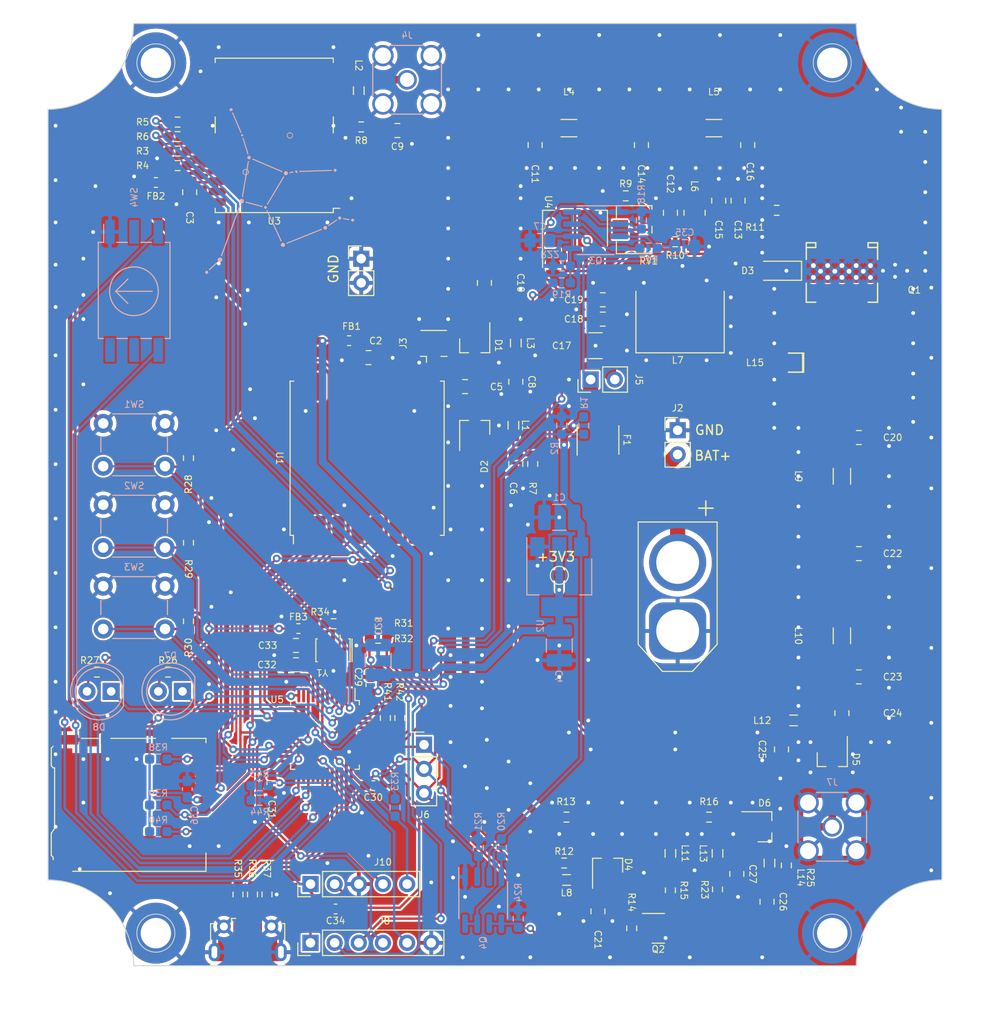
<source format=kicad_pcb>
(kicad_pcb (version 20221018) (generator pcbnew)

  (general
    (thickness 1.6)
  )

  (paper "A4")
  (title_block
    (title "Hercules")
    (date "2023-07-08")
    (rev "0")
    (company "HB9EGM")
    (comment 1 "LoRa GNSS Tracker with PA")
  )

  (layers
    (0 "F.Cu" signal)
    (31 "B.Cu" signal)
    (32 "B.Adhes" user "B.Adhesive")
    (33 "F.Adhes" user "F.Adhesive")
    (34 "B.Paste" user)
    (35 "F.Paste" user)
    (36 "B.SilkS" user "B.Silkscreen")
    (37 "F.SilkS" user "F.Silkscreen")
    (38 "B.Mask" user)
    (39 "F.Mask" user)
    (40 "Dwgs.User" user "User.Drawings")
    (41 "Cmts.User" user "User.Comments")
    (42 "Eco1.User" user "User.Eco1")
    (43 "Eco2.User" user "User.Eco2")
    (44 "Edge.Cuts" user)
    (45 "Margin" user)
    (46 "B.CrtYd" user "B.Courtyard")
    (47 "F.CrtYd" user "F.Courtyard")
    (48 "B.Fab" user)
    (49 "F.Fab" user)
    (50 "User.1" user)
    (51 "User.2" user)
    (52 "User.3" user)
    (53 "User.4" user)
    (54 "User.5" user)
    (55 "User.6" user)
    (56 "User.7" user)
    (57 "User.8" user)
    (58 "User.9" user)
  )

  (setup
    (stackup
      (layer "F.SilkS" (type "Top Silk Screen"))
      (layer "F.Paste" (type "Top Solder Paste"))
      (layer "F.Mask" (type "Top Solder Mask") (thickness 0.01))
      (layer "F.Cu" (type "copper") (thickness 0.035))
      (layer "dielectric 1" (type "core") (thickness 1.51) (material "FR4") (epsilon_r 4.5) (loss_tangent 0.02))
      (layer "B.Cu" (type "copper") (thickness 0.035))
      (layer "B.Mask" (type "Bottom Solder Mask") (thickness 0.01))
      (layer "B.Paste" (type "Bottom Solder Paste"))
      (layer "B.SilkS" (type "Bottom Silk Screen"))
      (copper_finish "None")
      (dielectric_constraints no)
    )
    (pad_to_mask_clearance 0)
    (pcbplotparams
      (layerselection 0x00010fc_ffffffff)
      (plot_on_all_layers_selection 0x0000000_00000000)
      (disableapertmacros false)
      (usegerberextensions false)
      (usegerberattributes true)
      (usegerberadvancedattributes true)
      (creategerberjobfile true)
      (dashed_line_dash_ratio 12.000000)
      (dashed_line_gap_ratio 3.000000)
      (svgprecision 4)
      (plotframeref false)
      (viasonmask false)
      (mode 1)
      (useauxorigin false)
      (hpglpennumber 1)
      (hpglpenspeed 20)
      (hpglpendiameter 15.000000)
      (dxfpolygonmode true)
      (dxfimperialunits true)
      (dxfusepcbnewfont true)
      (psnegative false)
      (psa4output false)
      (plotreference true)
      (plotvalue true)
      (plotinvisibletext false)
      (sketchpadsonfab false)
      (subtractmaskfromsilk false)
      (outputformat 1)
      (mirror false)
      (drillshape 1)
      (scaleselection 1)
      (outputdirectory "")
    )
  )

  (net 0 "")
  (net 1 "+BATT")
  (net 2 "GND")
  (net 3 "Net-(U1-3.3V)")
  (net 4 "Net-(U3-VCC)")
  (net 5 "+3V3")
  (net 6 "Net-(D1-K)")
  (net 7 "Net-(J3-In)")
  (net 8 "Net-(C6-Pad1)")
  (net 9 "/GATE_SUPPLY")
  (net 10 "/PIN_TX")
  (net 11 "Net-(C9-Pad2)")
  (net 12 "Net-(C10-Pad1)")
  (net 13 "Net-(D1-A)")
  (net 14 "Net-(C12-Pad1)")
  (net 15 "Net-(C13-Pad2)")
  (net 16 "Net-(C14-Pad1)")
  (net 17 "Net-(Q1-G)")
  (net 18 "Net-(J5-Pin_2)")
  (net 19 "Net-(Q1-D)")
  (net 20 "Net-(D4-A)")
  (net 21 "Net-(C22-Pad1)")
  (net 22 "Net-(C23-Pad1)")
  (net 23 "Net-(D5-A)")
  (net 24 "Net-(C26-Pad1)")
  (net 25 "/PIN_RX")
  (net 26 "Net-(U5-VDDA)")
  (net 27 "unconnected-(D1-NC-Pad2)")
  (net 28 "Net-(D2-A)")
  (net 29 "unconnected-(D2-NC-Pad2)")
  (net 30 "Net-(D3-A)")
  (net 31 "unconnected-(D4-NC-Pad2)")
  (net 32 "Net-(D4-K)")
  (net 33 "unconnected-(D5-NC-Pad2)")
  (net 34 "Net-(D5-K)")
  (net 35 "Net-(D6-A)")
  (net 36 "unconnected-(D6-NC-Pad2)")
  (net 37 "/Control/LED_TXn")
  (net 38 "Net-(D7-A)")
  (net 39 "/Control/STATUSn")
  (net 40 "Net-(D8-A)")
  (net 41 "/BAT+")
  (net 42 "/EN_RX")
  (net 43 "unconnected-(J9-VBUS-Pad1)")
  (net 44 "/Control/USB_DM")
  (net 45 "/Control/USB_DP")
  (net 46 "unconnected-(J9-ID-Pad4)")
  (net 47 "/Control/SWCLK")
  (net 48 "/Control/SWDIO")
  (net 49 "/Control/RESETn")
  (net 50 "Net-(J11-DAT2)")
  (net 51 "/Control/SD_SSn")
  (net 52 "/Control/SPI1_MOSI")
  (net 53 "/Control/SPI1_SCK")
  (net 54 "/Control/SPI1_MISO")
  (net 55 "Net-(J11-DAT1)")
  (net 56 "unconnected-(J11-DET_B-Pad9)")
  (net 57 "/Control/SD_DET")
  (net 58 "Net-(J4-In)")
  (net 59 "Net-(L8-Pad2)")
  (net 60 "Net-(L11-Pad2)")
  (net 61 "Net-(Q2-B)")
  (net 62 "Net-(Q2-C)")
  (net 63 "/EN_PA")
  (net 64 "Net-(Q3B-G)")
  (net 65 "Net-(Q4B-G)")
  (net 66 "Net-(Q4B-D-Pad5)")
  (net 67 "/Control/BAT_MEAS")
  (net 68 "Net-(U3-TXD{slash}SPI_MISO)")
  (net 69 "/Control/USART1_RX")
  (net 70 "Net-(U3-RXD{slash}SPI_MOSI)")
  (net 71 "/Control/USART1_TX")
  (net 72 "Net-(U3-SDA{slash}~{SPI_CS})")
  (net 73 "/Control/SDA")
  (net 74 "Net-(U3-SCL{slash}SPI_CLK)")
  (net 75 "/Control/SCL")
  (net 76 "Net-(U3-VCC_RF)")
  (net 77 "Net-(R9-Pad1)")
  (net 78 "Net-(U4-VO)")
  (net 79 "Net-(R10-Pad2)")
  (net 80 "/Control/BTN1n")
  (net 81 "/Control/BTN2n")
  (net 82 "/Control/BTN3n")
  (net 83 "/Control/XTAL1")
  (net 84 "/Control/XTAL2")
  (net 85 "Net-(U5-PA11)")
  (net 86 "Net-(U5-PA12)")
  (net 87 "/Control/BOOT0")
  (net 88 "/Control/BOOT1")
  (net 89 "unconnected-(U3-~{SAFEBOOT}-Pad1)")
  (net 90 "unconnected-(U3-D_SEL-Pad2)")
  (net 91 "unconnected-(U3-TIMEPULSE-Pad3)")
  (net 92 "unconnected-(U3-EXTINT-Pad4)")
  (net 93 "unconnected-(U3-USB_DM-Pad5)")
  (net 94 "unconnected-(U3-USB_DP-Pad6)")
  (net 95 "unconnected-(U3-~{RESET}-Pad8)")
  (net 96 "unconnected-(U3-LNA_EN-Pad14)")
  (net 97 "unconnected-(U3-RESERVED-Pad15)")
  (net 98 "unconnected-(U3-RESERVED-Pad16)")
  (net 99 "unconnected-(U3-RESERVED-Pad17)")
  (net 100 "unconnected-(U5-VBAT-Pad1)")
  (net 101 "unconnected-(U5-PA1-Pad11)")
  (net 102 "/Control/SPI1_SSn")
  (net 103 "/Control/PB0")
  (net 104 "/Control/PB1")
  (net 105 "/Control/DIO0")
  (net 106 "/Control/LORA_RESET")
  (net 107 "Net-(SW4-D0)")
  (net 108 "Net-(SW4-D1)")
  (net 109 "Net-(SW4-D2)")
  (net 110 "Net-(SW4-D3)")
  (net 111 "unconnected-(U5-PA8-Pad29)")
  (net 112 "unconnected-(U5-PA15-Pad38)")
  (net 113 "unconnected-(U5-PB5-Pad41)")
  (net 114 "unconnected-(U1-DIO5-Pad7)")
  (net 115 "unconnected-(U1-DIO3-Pad11)")
  (net 116 "unconnected-(U1-DIO4-Pad12)")
  (net 117 "unconnected-(U1-DIO1-Pad15)")
  (net 118 "unconnected-(U1-DIO2-Pad16)")
  (net 119 "Net-(L15-Pad2)")

  (footprint "Package_TO_SOT_SMD:SOT-23" (layer "F.Cu") (at 154.178 163.068))

  (footprint "Resistor_SMD:R_0603_1608Metric_Pad0.98x0.95mm_HandSolder" (layer "F.Cu") (at 95.1465 136.144 180))

  (footprint "Capacitor_SMD:C_0805_2012Metric_Pad1.18x1.45mm_HandSolder" (layer "F.Cu") (at 173.482 140.462 90))

  (footprint "Capacitor_SMD:C_0805_2012Metric_Pad1.18x1.45mm_HandSolder" (layer "F.Cu") (at 123.698 103.1025 180))

  (footprint "Capacitor_SMD:C_0805_2012Metric_Pad1.18x1.45mm_HandSolder" (layer "F.Cu") (at 116.078 135.382))

  (footprint "Package_TO_SOT_SMD:SOT-223-3_TabPin2" (layer "F.Cu") (at 145.415 89.535 90))

  (footprint "Resistor_SMD:R_0603_1608Metric_Pad0.98x0.95mm_HandSolder" (layer "F.Cu") (at 144.272 156.21 180))

  (footprint "mpb:Fuse_MF_SMDF150" (layer "F.Cu") (at 147.828 111.76 90))

  (footprint "Package_TO_SOT_SMD:SOT-23_Handsoldering" (layer "F.Cu") (at 134.874 110.4685 90))

  (footprint "Package_TO_SOT_SMD:SOT-23_Handsoldering" (layer "F.Cu") (at 165.354 152.4))

  (footprint "Resistor_SMD:R_0603_1608Metric_Pad0.98x0.95mm_HandSolder" (layer "F.Cu") (at 120.0385 131.064 180))

  (footprint "Resistor_SMD:R_0603_1608Metric_Pad0.98x0.95mm_HandSolder" (layer "F.Cu") (at 104.775 122.555 90))

  (footprint "Resistor_SMD:R_0603_1608Metric_Pad0.98x0.95mm_HandSolder" (layer "F.Cu") (at 124.714 132.588))

  (footprint "Inductor_SMD:L_0805_2012Metric_Pad1.05x1.20mm_HandSolder" (layer "F.Cu") (at 168.402 141.224 180))

  (footprint "Connector_PinHeader_2.54mm:PinHeader_1x02_P2.54mm_Vertical" (layer "F.Cu") (at 147.061 105.41 90))

  (footprint "Crystal:Resonator_SMD_Murata_CSTxExxV-3Pin_3.0x1.1mm_HandSoldering" (layer "F.Cu") (at 119.9685 133.858 180))

  (footprint "Resistor_SMD:R_0603_1608Metric_Pad0.98x0.95mm_HandSolder" (layer "F.Cu") (at 104.775 130.81 90))

  (footprint "Resistor_SMD:R_0603_1608Metric_Pad0.98x0.95mm_HandSolder" (layer "F.Cu") (at 109.982 159.512 90))

  (footprint "Capacitor_SMD:C_0805_2012Metric_Pad1.18x1.45mm_HandSolder" (layer "F.Cu") (at 167.132 144.272 -90))

  (footprint "Inductor_SMD:L_0805_2012Metric_Pad1.05x1.20mm_HandSolder" (layer "F.Cu") (at 144.526 157.988 180))

  (footprint "Capacitor_SMD:C_0805_2012Metric_Pad1.18x1.45mm_HandSolder" (layer "F.Cu") (at 165.608 160.274 -90))

  (footprint "Resistor_SMD:R_0603_1608Metric_Pad0.98x0.95mm_HandSolder" (layer "F.Cu") (at 104.775 113.665 90))

  (footprint "RF_GPS:ublox_NEO" (layer "F.Cu") (at 113.792 79.756 180))

  (footprint "Resistor_SMD:R_0603_1608Metric_Pad0.98x0.95mm_HandSolder" (layer "F.Cu") (at 103.632 81.407 180))

  (footprint "Inductor_SMD:L_0603_1608Metric_Pad1.05x0.95mm_HandSolder" (layer "F.Cu") (at 121.666 101.3245 180))

  (footprint "Connector_PinHeader_2.54mm:PinHeader_1x02_P2.54mm_Vertical" (layer "F.Cu") (at 122.936 92.71))

  (footprint "Inductor_SMD:L_1008_2520Metric_Pad1.43x2.20mm_HandSolder" (layer "F.Cu") (at 157.988 87.884 -90))

  (footprint "Resistor_SMD:R_0603_1608Metric_Pad0.98x0.95mm_HandSolder" (layer "F.Cu") (at 151.384 163.068 90))

  (footprint "Capacitor_SMD:C_0805_2012Metric_Pad1.18x1.45mm_HandSolder" (layer "F.Cu") (at 126.746 79.248 180))

  (footprint "Connector_AMASS:AMASS_XT60-M_1x02_P7.20mm_Vertical" (layer "F.Cu") (at 156.21 131.826 90))

  (footprint "Resistor_SMD:R_0603_1608Metric_Pad0.98x0.95mm_HandSolder" (layer "F.Cu") (at 160.401 158.9805 -90))

  (footprint "Resistor_SMD:R_0603_1608Metric_Pad0.98x0.95mm_HandSolder" (layer "F.Cu") (at 124.714 131.064))

  (footprint "MountingHole:MountingHole_3.2mm_M3_Pad" (layer "F.Cu") (at 101.346 163.576))

  (footprint "MountingHole:MountingHole_3.2mm_M3_Pad" (layer "F.Cu") (at 172.466 72.136))

  (footprint "Connector_Coaxial:U.FL_Hirose_U.FL-R-SMT-1_Vertical" (layer "F.Cu") (at 130.556 102.0865 90))

  (footprint "Resistor_SMD:R_0603_1608Metric_Pad0.98x0.95mm_HandSolder" (layer "F.Cu") (at 125.476 140.97 -90))

  (footprint "Capacitor_SMD:C_0805_2012Metric_Pad1.18x1.45mm_HandSolder" (layer "F.Cu") (at 135.89 95.25 -90))

  (footprint "Capacitor_SMD:C_0805_2012Metric_Pad1.18x1.45mm_HandSolder" (layer "F.Cu") (at 141.224 80.772 -90))

  (footprint "Connector_PinHeader_2.54mm:PinHeader_1x03_P2.54mm_Vertical" (layer "F.Cu") (at 129.54 143.779))

  (footprint "Capacitor_SMD:C_0805_2012Metric_Pad1.18x1.45mm_HandSolder" (layer "F.Cu") (at 175.26 136.652))

  (footprint "Capacitor_SMD:C_0805_2012Metric_Pad1.18x1.45mm_HandSolder" (layer "F.Cu") (at 139.192 105.6425 -90))

  (footprint "Capacitor_SMD:C_0805_2012Metric_Pad1.18x1.45mm_HandSolder" (layer "F.Cu") (at 162.56 86.614 -90))

  (footprint "Resistor_SMD:R_0603_1608Metric_Pad0.98x0.95mm_HandSolder" (layer "F.Cu") (at 155.448 159.07 -90))

  (footprint "Package_TO_SOT_SMD:SOT-23_Handsoldering" (layer "F.Cu") (at 148.844 156.464 90))

  (footprint "mpb:L_Coilcraft_1812SMS" (layer "F.Cu") (at 156.21 99.314 90))

  (footprint "Capacitor_SMD:C_0805_2012Metric_Pad1.18x1.45mm_HandSolder" (layer "F.Cu") (at 147.828 161.29 -90))

  (footprint "Resistor_SMD:R_0603_1608Metric_Pad0.98x0.95mm_HandSolder" (layer "F.Cu") (at 159.512 151.384 180))

  (footprint "Capacitor_SMD:C_0805_2012Metric_Pad1.18x1.45mm_HandSolder" (layer "F.Cu") (at 148.336 99.06 180))

  (footprint "Capacitor_SMD:C_0603_1608Metric_Pad1.08x0.95mm_HandSolder" (layer "F.Cu") (at 123.952 137.5145 90))

  (footprint "Capacitor_SMD:C_0805_2012Metric_Pad1.18x1.45mm_HandSolder" (layer "F.Cu") (at 175.26 123.698))

  (footprint "Capacitor_SMD:C_1210_3225Metric_Pad1.33x2.70mm_HandSolder" (layer "F.Cu") (at 147.574 101.854 180))

  (footprint "Resistor_SMD:R_0603_1608Metric_Pad0.98x0.95mm_HandSolder" (layer "F.Cu")
    (tstamp 78ec3b53-23e5-4bb3-9df8-a7b0faaaf195)
    (at 113.03 159.512 -90)
    (descr "Resistor SMD 0603 (1608 Metric), square (rectangular) end terminal, IPC_7351 nominal with elongated pad for handsoldering. (Body size source: IPC-SM-782 page 72, https://www.pcb-3d.
... [1582816 chars truncated]
</source>
